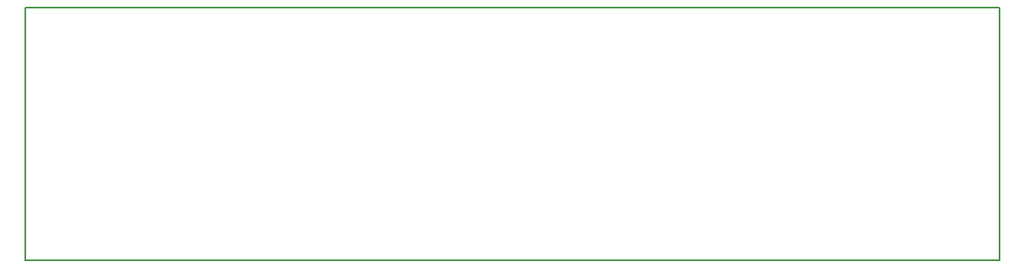
<source format=gbr>
G04 #@! TF.GenerationSoftware,KiCad,Pcbnew,(5.0.1)-3*
G04 #@! TF.CreationDate,2018-11-05T22:32:35-08:00*
G04 #@! TF.ProjectId,500-1136,3530302D313133362E6B696361645F70,rev?*
G04 #@! TF.SameCoordinates,Original*
G04 #@! TF.FileFunction,Profile,NP*
%FSLAX46Y46*%
G04 Gerber Fmt 4.6, Leading zero omitted, Abs format (unit mm)*
G04 Created by KiCad (PCBNEW (5.0.1)-3) date 11/5/2018 10:32:35 PM*
%MOMM*%
%LPD*%
G01*
G04 APERTURE LIST*
%ADD10C,0.150000*%
G04 APERTURE END LIST*
D10*
X118110000Y-144780000D02*
X118110000Y-119380000D01*
X215900000Y-144780000D02*
X118110000Y-144780000D01*
X215900000Y-119380000D02*
X215900000Y-144780000D01*
X118110000Y-119380000D02*
X215900000Y-119380000D01*
M02*

</source>
